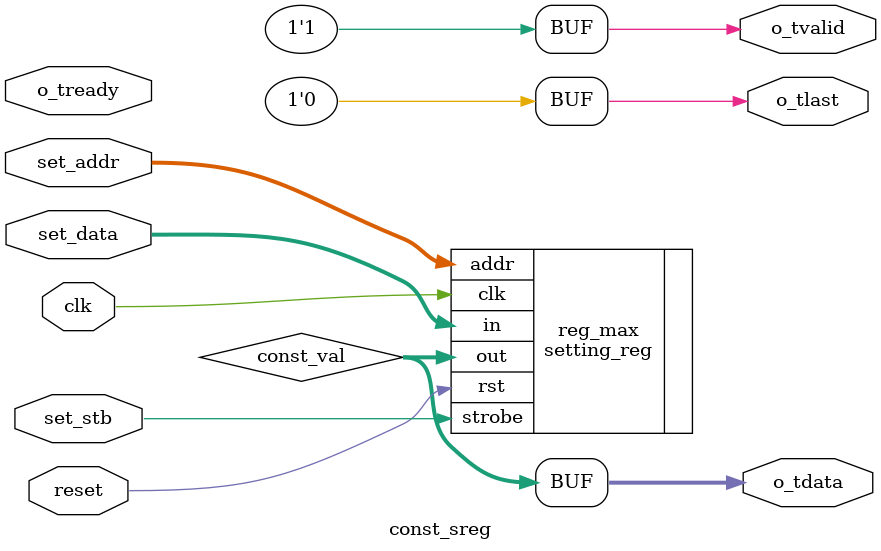
<source format=v>

module const_sreg
  #(parameter BASE=0,
    parameter WIDTH=32)
   (input clk, input reset,
    input set_stb, input [7:0] set_addr, input [31:0] set_data,
    output [WIDTH-1:0] o_tdata, output o_tlast, output o_tvalid, input o_tready);

   wire [WIDTH-1:0]     const_val;
   
   setting_reg #(.my_addr(BASE), .width(WIDTH)) reg_max
     (.clk(clk), .rst(reset), .strobe(set_stb), .addr(set_addr), .in(set_data), .out(const_val));

   assign o_tdata = const_val;
   assign o_tlast = 1'b0; // FIXME do we want something else here?
   assign o_tvalid = 1'b1; // caution -- will fill up a fifo
   
endmodule // const_sreg

</source>
